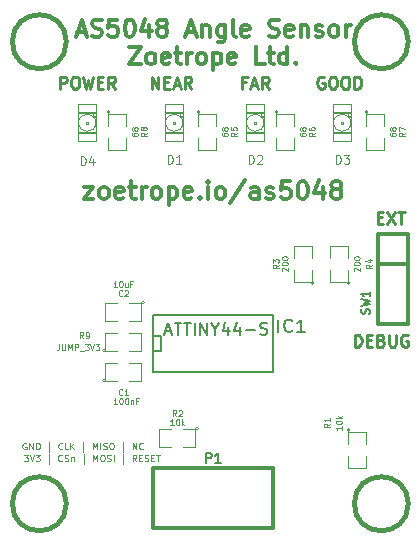
<source format=gto>
G04 (created by PCBNEW (2013-may-18)-stable) date Wed 08 Oct 2014 11:37:39 BST*
%MOIN*%
G04 Gerber Fmt 3.4, Leading zero omitted, Abs format*
%FSLAX34Y34*%
G01*
G70*
G90*
G04 APERTURE LIST*
%ADD10C,0.00590551*%
%ADD11C,0.011811*%
%ADD12C,0.00472441*%
%ADD13C,0.00984252*%
%ADD14C,0.008*%
%ADD15C,0.0039*%
%ADD16C,0.0026*%
%ADD17C,0.004*%
%ADD18C,0.012*%
%ADD19C,0.015*%
%ADD20C,0.005*%
%ADD21C,0.0043*%
%ADD22C,0.0035*%
%ADD23C,0.00688976*%
G04 APERTURE END LIST*
G54D10*
G54D11*
X147297Y-93645D02*
X147606Y-93645D01*
X147297Y-94039D01*
X147606Y-94039D01*
X147916Y-94039D02*
X147859Y-94010D01*
X147831Y-93982D01*
X147803Y-93926D01*
X147803Y-93757D01*
X147831Y-93701D01*
X147859Y-93673D01*
X147916Y-93645D01*
X148000Y-93645D01*
X148056Y-93673D01*
X148084Y-93701D01*
X148112Y-93757D01*
X148112Y-93926D01*
X148084Y-93982D01*
X148056Y-94010D01*
X148000Y-94039D01*
X147916Y-94039D01*
X148591Y-94010D02*
X148534Y-94039D01*
X148422Y-94039D01*
X148366Y-94010D01*
X148337Y-93954D01*
X148337Y-93729D01*
X148366Y-93673D01*
X148422Y-93645D01*
X148534Y-93645D01*
X148591Y-93673D01*
X148619Y-93729D01*
X148619Y-93785D01*
X148337Y-93842D01*
X148787Y-93645D02*
X149012Y-93645D01*
X148872Y-93448D02*
X148872Y-93954D01*
X148900Y-94010D01*
X148956Y-94039D01*
X149012Y-94039D01*
X149209Y-94039D02*
X149209Y-93645D01*
X149209Y-93757D02*
X149237Y-93701D01*
X149265Y-93673D01*
X149322Y-93645D01*
X149378Y-93645D01*
X149659Y-94039D02*
X149603Y-94010D01*
X149575Y-93982D01*
X149547Y-93926D01*
X149547Y-93757D01*
X149575Y-93701D01*
X149603Y-93673D01*
X149659Y-93645D01*
X149743Y-93645D01*
X149800Y-93673D01*
X149828Y-93701D01*
X149856Y-93757D01*
X149856Y-93926D01*
X149828Y-93982D01*
X149800Y-94010D01*
X149743Y-94039D01*
X149659Y-94039D01*
X150109Y-93645D02*
X150109Y-94235D01*
X150109Y-93673D02*
X150165Y-93645D01*
X150278Y-93645D01*
X150334Y-93673D01*
X150362Y-93701D01*
X150390Y-93757D01*
X150390Y-93926D01*
X150362Y-93982D01*
X150334Y-94010D01*
X150278Y-94039D01*
X150165Y-94039D01*
X150109Y-94010D01*
X150868Y-94010D02*
X150812Y-94039D01*
X150700Y-94039D01*
X150643Y-94010D01*
X150615Y-93954D01*
X150615Y-93729D01*
X150643Y-93673D01*
X150700Y-93645D01*
X150812Y-93645D01*
X150868Y-93673D01*
X150896Y-93729D01*
X150896Y-93785D01*
X150615Y-93842D01*
X151150Y-93982D02*
X151178Y-94010D01*
X151150Y-94039D01*
X151121Y-94010D01*
X151150Y-93982D01*
X151150Y-94039D01*
X151431Y-94039D02*
X151431Y-93645D01*
X151431Y-93448D02*
X151403Y-93476D01*
X151431Y-93504D01*
X151459Y-93476D01*
X151431Y-93448D01*
X151431Y-93504D01*
X151796Y-94039D02*
X151740Y-94010D01*
X151712Y-93982D01*
X151684Y-93926D01*
X151684Y-93757D01*
X151712Y-93701D01*
X151740Y-93673D01*
X151796Y-93645D01*
X151881Y-93645D01*
X151937Y-93673D01*
X151965Y-93701D01*
X151993Y-93757D01*
X151993Y-93926D01*
X151965Y-93982D01*
X151937Y-94010D01*
X151881Y-94039D01*
X151796Y-94039D01*
X152668Y-93420D02*
X152162Y-94179D01*
X153118Y-94039D02*
X153118Y-93729D01*
X153090Y-93673D01*
X153034Y-93645D01*
X152921Y-93645D01*
X152865Y-93673D01*
X153118Y-94010D02*
X153062Y-94039D01*
X152921Y-94039D01*
X152865Y-94010D01*
X152837Y-93954D01*
X152837Y-93898D01*
X152865Y-93842D01*
X152921Y-93814D01*
X153062Y-93814D01*
X153118Y-93785D01*
X153371Y-94010D02*
X153427Y-94039D01*
X153540Y-94039D01*
X153596Y-94010D01*
X153624Y-93954D01*
X153624Y-93926D01*
X153596Y-93870D01*
X153540Y-93842D01*
X153456Y-93842D01*
X153399Y-93814D01*
X153371Y-93757D01*
X153371Y-93729D01*
X153399Y-93673D01*
X153456Y-93645D01*
X153540Y-93645D01*
X153596Y-93673D01*
X154159Y-93448D02*
X153877Y-93448D01*
X153849Y-93729D01*
X153877Y-93701D01*
X153934Y-93673D01*
X154074Y-93673D01*
X154130Y-93701D01*
X154159Y-93729D01*
X154187Y-93785D01*
X154187Y-93926D01*
X154159Y-93982D01*
X154130Y-94010D01*
X154074Y-94039D01*
X153934Y-94039D01*
X153877Y-94010D01*
X153849Y-93982D01*
X154552Y-93448D02*
X154608Y-93448D01*
X154665Y-93476D01*
X154693Y-93504D01*
X154721Y-93560D01*
X154749Y-93673D01*
X154749Y-93814D01*
X154721Y-93926D01*
X154693Y-93982D01*
X154665Y-94010D01*
X154608Y-94039D01*
X154552Y-94039D01*
X154496Y-94010D01*
X154468Y-93982D01*
X154440Y-93926D01*
X154412Y-93814D01*
X154412Y-93673D01*
X154440Y-93560D01*
X154468Y-93504D01*
X154496Y-93476D01*
X154552Y-93448D01*
X155255Y-93645D02*
X155255Y-94039D01*
X155115Y-93420D02*
X154974Y-93842D01*
X155340Y-93842D01*
X155649Y-93701D02*
X155593Y-93673D01*
X155565Y-93645D01*
X155537Y-93589D01*
X155537Y-93560D01*
X155565Y-93504D01*
X155593Y-93476D01*
X155649Y-93448D01*
X155761Y-93448D01*
X155818Y-93476D01*
X155846Y-93504D01*
X155874Y-93560D01*
X155874Y-93589D01*
X155846Y-93645D01*
X155818Y-93673D01*
X155761Y-93701D01*
X155649Y-93701D01*
X155593Y-93729D01*
X155565Y-93757D01*
X155537Y-93814D01*
X155537Y-93926D01*
X155565Y-93982D01*
X155593Y-94010D01*
X155649Y-94039D01*
X155761Y-94039D01*
X155818Y-94010D01*
X155846Y-93982D01*
X155874Y-93926D01*
X155874Y-93814D01*
X155846Y-93757D01*
X155818Y-93729D01*
X155761Y-93701D01*
G54D12*
X145285Y-102571D02*
X145419Y-102571D01*
X145347Y-102653D01*
X145378Y-102653D01*
X145398Y-102663D01*
X145408Y-102674D01*
X145419Y-102694D01*
X145419Y-102746D01*
X145408Y-102767D01*
X145398Y-102777D01*
X145378Y-102787D01*
X145316Y-102787D01*
X145295Y-102777D01*
X145285Y-102767D01*
X145481Y-102571D02*
X145553Y-102787D01*
X145625Y-102571D01*
X145677Y-102571D02*
X145811Y-102571D01*
X145738Y-102653D01*
X145769Y-102653D01*
X145790Y-102663D01*
X145800Y-102674D01*
X145811Y-102694D01*
X145811Y-102746D01*
X145800Y-102767D01*
X145790Y-102777D01*
X145769Y-102787D01*
X145708Y-102787D01*
X145687Y-102777D01*
X145677Y-102767D01*
X146120Y-102859D02*
X146120Y-102550D01*
X146563Y-102767D02*
X146553Y-102777D01*
X146522Y-102787D01*
X146501Y-102787D01*
X146471Y-102777D01*
X146450Y-102756D01*
X146440Y-102736D01*
X146429Y-102694D01*
X146429Y-102663D01*
X146440Y-102622D01*
X146450Y-102602D01*
X146471Y-102581D01*
X146501Y-102571D01*
X146522Y-102571D01*
X146553Y-102581D01*
X146563Y-102591D01*
X146646Y-102777D02*
X146677Y-102787D01*
X146728Y-102787D01*
X146749Y-102777D01*
X146759Y-102767D01*
X146770Y-102746D01*
X146770Y-102725D01*
X146759Y-102705D01*
X146749Y-102694D01*
X146728Y-102684D01*
X146687Y-102674D01*
X146666Y-102663D01*
X146656Y-102653D01*
X146646Y-102632D01*
X146646Y-102612D01*
X146656Y-102591D01*
X146666Y-102581D01*
X146687Y-102571D01*
X146739Y-102571D01*
X146770Y-102581D01*
X146862Y-102643D02*
X146862Y-102787D01*
X146862Y-102663D02*
X146873Y-102653D01*
X146893Y-102643D01*
X146924Y-102643D01*
X146945Y-102653D01*
X146955Y-102674D01*
X146955Y-102787D01*
X147275Y-102859D02*
X147275Y-102550D01*
X147594Y-102787D02*
X147594Y-102571D01*
X147667Y-102725D01*
X147739Y-102571D01*
X147739Y-102787D01*
X147883Y-102571D02*
X147924Y-102571D01*
X147945Y-102581D01*
X147966Y-102602D01*
X147976Y-102643D01*
X147976Y-102715D01*
X147966Y-102756D01*
X147945Y-102777D01*
X147924Y-102787D01*
X147883Y-102787D01*
X147863Y-102777D01*
X147842Y-102756D01*
X147832Y-102715D01*
X147832Y-102643D01*
X147842Y-102602D01*
X147863Y-102581D01*
X147883Y-102571D01*
X148058Y-102777D02*
X148089Y-102787D01*
X148141Y-102787D01*
X148162Y-102777D01*
X148172Y-102767D01*
X148182Y-102746D01*
X148182Y-102725D01*
X148172Y-102705D01*
X148162Y-102694D01*
X148141Y-102684D01*
X148100Y-102674D01*
X148079Y-102663D01*
X148069Y-102653D01*
X148058Y-102632D01*
X148058Y-102612D01*
X148069Y-102591D01*
X148079Y-102581D01*
X148100Y-102571D01*
X148151Y-102571D01*
X148182Y-102581D01*
X148275Y-102787D02*
X148275Y-102571D01*
X148595Y-102859D02*
X148595Y-102550D01*
X149038Y-102787D02*
X148966Y-102684D01*
X148914Y-102787D02*
X148914Y-102571D01*
X148997Y-102571D01*
X149017Y-102581D01*
X149028Y-102591D01*
X149038Y-102612D01*
X149038Y-102643D01*
X149028Y-102663D01*
X149017Y-102674D01*
X148997Y-102684D01*
X148914Y-102684D01*
X149131Y-102674D02*
X149203Y-102674D01*
X149234Y-102787D02*
X149131Y-102787D01*
X149131Y-102571D01*
X149234Y-102571D01*
X149316Y-102777D02*
X149347Y-102787D01*
X149399Y-102787D01*
X149420Y-102777D01*
X149430Y-102767D01*
X149440Y-102746D01*
X149440Y-102725D01*
X149430Y-102705D01*
X149420Y-102694D01*
X149399Y-102684D01*
X149358Y-102674D01*
X149337Y-102663D01*
X149327Y-102653D01*
X149316Y-102632D01*
X149316Y-102612D01*
X149327Y-102591D01*
X149337Y-102581D01*
X149358Y-102571D01*
X149409Y-102571D01*
X149440Y-102581D01*
X149533Y-102674D02*
X149605Y-102674D01*
X149636Y-102787D02*
X149533Y-102787D01*
X149533Y-102571D01*
X149636Y-102571D01*
X149698Y-102571D02*
X149822Y-102571D01*
X149760Y-102787D02*
X149760Y-102571D01*
G54D13*
X157078Y-94653D02*
X157209Y-94653D01*
X157265Y-94859D02*
X157078Y-94859D01*
X157078Y-94465D01*
X157265Y-94465D01*
X157396Y-94465D02*
X157659Y-94859D01*
X157659Y-94465D02*
X157396Y-94859D01*
X157753Y-94465D02*
X157978Y-94465D01*
X157865Y-94859D02*
X157865Y-94465D01*
X156318Y-98959D02*
X156318Y-98565D01*
X156412Y-98565D01*
X156468Y-98584D01*
X156506Y-98621D01*
X156525Y-98659D01*
X156543Y-98734D01*
X156543Y-98790D01*
X156525Y-98865D01*
X156506Y-98903D01*
X156468Y-98940D01*
X156412Y-98959D01*
X156318Y-98959D01*
X156712Y-98753D02*
X156843Y-98753D01*
X156900Y-98959D02*
X156712Y-98959D01*
X156712Y-98565D01*
X156900Y-98565D01*
X157200Y-98753D02*
X157256Y-98771D01*
X157274Y-98790D01*
X157293Y-98828D01*
X157293Y-98884D01*
X157274Y-98921D01*
X157256Y-98940D01*
X157218Y-98959D01*
X157068Y-98959D01*
X157068Y-98565D01*
X157200Y-98565D01*
X157237Y-98584D01*
X157256Y-98603D01*
X157274Y-98640D01*
X157274Y-98678D01*
X157256Y-98715D01*
X157237Y-98734D01*
X157200Y-98753D01*
X157068Y-98753D01*
X157462Y-98565D02*
X157462Y-98884D01*
X157481Y-98921D01*
X157499Y-98940D01*
X157537Y-98959D01*
X157612Y-98959D01*
X157649Y-98940D01*
X157668Y-98921D01*
X157687Y-98884D01*
X157687Y-98565D01*
X158081Y-98584D02*
X158043Y-98565D01*
X157987Y-98565D01*
X157931Y-98584D01*
X157893Y-98621D01*
X157874Y-98659D01*
X157856Y-98734D01*
X157856Y-98790D01*
X157874Y-98865D01*
X157893Y-98903D01*
X157931Y-98940D01*
X157987Y-98959D01*
X158024Y-98959D01*
X158081Y-98940D01*
X158099Y-98921D01*
X158099Y-98790D01*
X158024Y-98790D01*
X155293Y-89984D02*
X155256Y-89965D01*
X155200Y-89965D01*
X155143Y-89984D01*
X155106Y-90021D01*
X155087Y-90059D01*
X155068Y-90134D01*
X155068Y-90190D01*
X155087Y-90265D01*
X155106Y-90303D01*
X155143Y-90340D01*
X155200Y-90359D01*
X155237Y-90359D01*
X155293Y-90340D01*
X155312Y-90321D01*
X155312Y-90190D01*
X155237Y-90190D01*
X155556Y-89965D02*
X155631Y-89965D01*
X155668Y-89984D01*
X155706Y-90021D01*
X155725Y-90096D01*
X155725Y-90228D01*
X155706Y-90303D01*
X155668Y-90340D01*
X155631Y-90359D01*
X155556Y-90359D01*
X155518Y-90340D01*
X155481Y-90303D01*
X155462Y-90228D01*
X155462Y-90096D01*
X155481Y-90021D01*
X155518Y-89984D01*
X155556Y-89965D01*
X155968Y-89965D02*
X156043Y-89965D01*
X156081Y-89984D01*
X156118Y-90021D01*
X156137Y-90096D01*
X156137Y-90228D01*
X156118Y-90303D01*
X156081Y-90340D01*
X156043Y-90359D01*
X155968Y-90359D01*
X155931Y-90340D01*
X155893Y-90303D01*
X155874Y-90228D01*
X155874Y-90096D01*
X155893Y-90021D01*
X155931Y-89984D01*
X155968Y-89965D01*
X156306Y-90359D02*
X156306Y-89965D01*
X156399Y-89965D01*
X156456Y-89984D01*
X156493Y-90021D01*
X156512Y-90059D01*
X156531Y-90134D01*
X156531Y-90190D01*
X156512Y-90265D01*
X156493Y-90303D01*
X156456Y-90340D01*
X156399Y-90359D01*
X156306Y-90359D01*
X152690Y-90153D02*
X152559Y-90153D01*
X152559Y-90359D02*
X152559Y-89965D01*
X152746Y-89965D01*
X152878Y-90246D02*
X153065Y-90246D01*
X152840Y-90359D02*
X152971Y-89965D01*
X153103Y-90359D01*
X153459Y-90359D02*
X153328Y-90171D01*
X153234Y-90359D02*
X153234Y-89965D01*
X153384Y-89965D01*
X153421Y-89984D01*
X153440Y-90003D01*
X153459Y-90040D01*
X153459Y-90096D01*
X153440Y-90134D01*
X153421Y-90153D01*
X153384Y-90171D01*
X153234Y-90171D01*
X149543Y-90359D02*
X149543Y-89965D01*
X149768Y-90359D01*
X149768Y-89965D01*
X149956Y-90153D02*
X150087Y-90153D01*
X150143Y-90359D02*
X149956Y-90359D01*
X149956Y-89965D01*
X150143Y-89965D01*
X150293Y-90246D02*
X150481Y-90246D01*
X150256Y-90359D02*
X150387Y-89965D01*
X150518Y-90359D01*
X150874Y-90359D02*
X150743Y-90171D01*
X150649Y-90359D02*
X150649Y-89965D01*
X150799Y-89965D01*
X150837Y-89984D01*
X150856Y-90003D01*
X150874Y-90040D01*
X150874Y-90096D01*
X150856Y-90134D01*
X150837Y-90153D01*
X150799Y-90171D01*
X150649Y-90171D01*
X146490Y-90359D02*
X146490Y-89965D01*
X146640Y-89965D01*
X146678Y-89984D01*
X146696Y-90003D01*
X146715Y-90040D01*
X146715Y-90096D01*
X146696Y-90134D01*
X146678Y-90153D01*
X146640Y-90171D01*
X146490Y-90171D01*
X146959Y-89965D02*
X147034Y-89965D01*
X147071Y-89984D01*
X147109Y-90021D01*
X147128Y-90096D01*
X147128Y-90228D01*
X147109Y-90303D01*
X147071Y-90340D01*
X147034Y-90359D01*
X146959Y-90359D01*
X146921Y-90340D01*
X146884Y-90303D01*
X146865Y-90228D01*
X146865Y-90096D01*
X146884Y-90021D01*
X146921Y-89984D01*
X146959Y-89965D01*
X147259Y-89965D02*
X147353Y-90359D01*
X147428Y-90078D01*
X147503Y-90359D01*
X147596Y-89965D01*
X147746Y-90153D02*
X147878Y-90153D01*
X147934Y-90359D02*
X147746Y-90359D01*
X147746Y-89965D01*
X147934Y-89965D01*
X148328Y-90359D02*
X148196Y-90171D01*
X148103Y-90359D02*
X148103Y-89965D01*
X148253Y-89965D01*
X148290Y-89984D01*
X148309Y-90003D01*
X148328Y-90040D01*
X148328Y-90096D01*
X148309Y-90134D01*
X148290Y-90153D01*
X148253Y-90171D01*
X148103Y-90171D01*
G54D12*
X145364Y-102181D02*
X145344Y-102171D01*
X145313Y-102171D01*
X145282Y-102181D01*
X145261Y-102202D01*
X145251Y-102222D01*
X145241Y-102263D01*
X145241Y-102294D01*
X145251Y-102336D01*
X145261Y-102356D01*
X145282Y-102377D01*
X145313Y-102387D01*
X145334Y-102387D01*
X145364Y-102377D01*
X145375Y-102367D01*
X145375Y-102294D01*
X145334Y-102294D01*
X145468Y-102387D02*
X145468Y-102171D01*
X145591Y-102387D01*
X145591Y-102171D01*
X145694Y-102387D02*
X145694Y-102171D01*
X145746Y-102171D01*
X145777Y-102181D01*
X145798Y-102202D01*
X145808Y-102222D01*
X145818Y-102263D01*
X145818Y-102294D01*
X145808Y-102336D01*
X145798Y-102356D01*
X145777Y-102377D01*
X145746Y-102387D01*
X145694Y-102387D01*
X146128Y-102459D02*
X146128Y-102150D01*
X146571Y-102367D02*
X146561Y-102377D01*
X146530Y-102387D01*
X146509Y-102387D01*
X146478Y-102377D01*
X146457Y-102356D01*
X146447Y-102336D01*
X146437Y-102294D01*
X146437Y-102263D01*
X146447Y-102222D01*
X146457Y-102202D01*
X146478Y-102181D01*
X146509Y-102171D01*
X146530Y-102171D01*
X146561Y-102181D01*
X146571Y-102191D01*
X146767Y-102387D02*
X146664Y-102387D01*
X146664Y-102171D01*
X146839Y-102387D02*
X146839Y-102171D01*
X146963Y-102387D02*
X146870Y-102263D01*
X146963Y-102171D02*
X146839Y-102294D01*
X147272Y-102459D02*
X147272Y-102150D01*
X147592Y-102387D02*
X147592Y-102171D01*
X147664Y-102325D01*
X147736Y-102171D01*
X147736Y-102387D01*
X147839Y-102387D02*
X147839Y-102171D01*
X147932Y-102377D02*
X147963Y-102387D01*
X148014Y-102387D01*
X148035Y-102377D01*
X148045Y-102367D01*
X148056Y-102346D01*
X148056Y-102325D01*
X148045Y-102305D01*
X148035Y-102294D01*
X148014Y-102284D01*
X147973Y-102274D01*
X147953Y-102263D01*
X147942Y-102253D01*
X147932Y-102232D01*
X147932Y-102212D01*
X147942Y-102191D01*
X147953Y-102181D01*
X147973Y-102171D01*
X148025Y-102171D01*
X148056Y-102181D01*
X148190Y-102171D02*
X148231Y-102171D01*
X148252Y-102181D01*
X148272Y-102202D01*
X148283Y-102243D01*
X148283Y-102315D01*
X148272Y-102356D01*
X148252Y-102377D01*
X148231Y-102387D01*
X148190Y-102387D01*
X148169Y-102377D01*
X148149Y-102356D01*
X148138Y-102315D01*
X148138Y-102243D01*
X148149Y-102202D01*
X148169Y-102181D01*
X148190Y-102171D01*
X148592Y-102459D02*
X148592Y-102150D01*
X148912Y-102387D02*
X148912Y-102171D01*
X149035Y-102387D01*
X149035Y-102171D01*
X149262Y-102367D02*
X149252Y-102377D01*
X149221Y-102387D01*
X149200Y-102387D01*
X149169Y-102377D01*
X149149Y-102356D01*
X149138Y-102336D01*
X149128Y-102294D01*
X149128Y-102263D01*
X149138Y-102222D01*
X149149Y-102202D01*
X149169Y-102181D01*
X149200Y-102171D01*
X149221Y-102171D01*
X149252Y-102181D01*
X149262Y-102191D01*
G54D11*
X147073Y-88467D02*
X147345Y-88467D01*
X147019Y-88631D02*
X147209Y-88060D01*
X147400Y-88631D01*
X147563Y-88603D02*
X147644Y-88631D01*
X147780Y-88631D01*
X147835Y-88603D01*
X147862Y-88576D01*
X147889Y-88522D01*
X147889Y-88467D01*
X147862Y-88413D01*
X147835Y-88386D01*
X147780Y-88359D01*
X147671Y-88332D01*
X147617Y-88304D01*
X147590Y-88277D01*
X147563Y-88223D01*
X147563Y-88168D01*
X147590Y-88114D01*
X147617Y-88087D01*
X147671Y-88060D01*
X147807Y-88060D01*
X147889Y-88087D01*
X148405Y-88060D02*
X148134Y-88060D01*
X148106Y-88332D01*
X148134Y-88304D01*
X148188Y-88277D01*
X148324Y-88277D01*
X148378Y-88304D01*
X148405Y-88332D01*
X148433Y-88386D01*
X148433Y-88522D01*
X148405Y-88576D01*
X148378Y-88603D01*
X148324Y-88631D01*
X148188Y-88631D01*
X148134Y-88603D01*
X148106Y-88576D01*
X148786Y-88060D02*
X148840Y-88060D01*
X148895Y-88087D01*
X148922Y-88114D01*
X148949Y-88168D01*
X148976Y-88277D01*
X148976Y-88413D01*
X148949Y-88522D01*
X148922Y-88576D01*
X148895Y-88603D01*
X148840Y-88631D01*
X148786Y-88631D01*
X148732Y-88603D01*
X148704Y-88576D01*
X148677Y-88522D01*
X148650Y-88413D01*
X148650Y-88277D01*
X148677Y-88168D01*
X148704Y-88114D01*
X148732Y-88087D01*
X148786Y-88060D01*
X149466Y-88250D02*
X149466Y-88631D01*
X149330Y-88033D02*
X149194Y-88440D01*
X149547Y-88440D01*
X149846Y-88304D02*
X149792Y-88277D01*
X149765Y-88250D01*
X149737Y-88196D01*
X149737Y-88168D01*
X149765Y-88114D01*
X149792Y-88087D01*
X149846Y-88060D01*
X149955Y-88060D01*
X150009Y-88087D01*
X150036Y-88114D01*
X150064Y-88168D01*
X150064Y-88196D01*
X150036Y-88250D01*
X150009Y-88277D01*
X149955Y-88304D01*
X149846Y-88304D01*
X149792Y-88332D01*
X149765Y-88359D01*
X149737Y-88413D01*
X149737Y-88522D01*
X149765Y-88576D01*
X149792Y-88603D01*
X149846Y-88631D01*
X149955Y-88631D01*
X150009Y-88603D01*
X150036Y-88576D01*
X150064Y-88522D01*
X150064Y-88413D01*
X150036Y-88359D01*
X150009Y-88332D01*
X149955Y-88304D01*
X150716Y-88467D02*
X150988Y-88467D01*
X150662Y-88631D02*
X150852Y-88060D01*
X151042Y-88631D01*
X151233Y-88250D02*
X151233Y-88631D01*
X151233Y-88304D02*
X151260Y-88277D01*
X151314Y-88250D01*
X151396Y-88250D01*
X151450Y-88277D01*
X151477Y-88332D01*
X151477Y-88631D01*
X151994Y-88250D02*
X151994Y-88712D01*
X151966Y-88766D01*
X151939Y-88794D01*
X151885Y-88821D01*
X151803Y-88821D01*
X151749Y-88794D01*
X151994Y-88603D02*
X151939Y-88631D01*
X151831Y-88631D01*
X151776Y-88603D01*
X151749Y-88576D01*
X151722Y-88522D01*
X151722Y-88359D01*
X151749Y-88304D01*
X151776Y-88277D01*
X151831Y-88250D01*
X151939Y-88250D01*
X151994Y-88277D01*
X152347Y-88631D02*
X152293Y-88603D01*
X152266Y-88549D01*
X152266Y-88060D01*
X152782Y-88603D02*
X152728Y-88631D01*
X152619Y-88631D01*
X152565Y-88603D01*
X152537Y-88549D01*
X152537Y-88332D01*
X152565Y-88277D01*
X152619Y-88250D01*
X152728Y-88250D01*
X152782Y-88277D01*
X152809Y-88332D01*
X152809Y-88386D01*
X152537Y-88440D01*
X153462Y-88603D02*
X153543Y-88631D01*
X153679Y-88631D01*
X153733Y-88603D01*
X153761Y-88576D01*
X153788Y-88522D01*
X153788Y-88467D01*
X153761Y-88413D01*
X153733Y-88386D01*
X153679Y-88359D01*
X153570Y-88332D01*
X153516Y-88304D01*
X153489Y-88277D01*
X153462Y-88223D01*
X153462Y-88168D01*
X153489Y-88114D01*
X153516Y-88087D01*
X153570Y-88060D01*
X153706Y-88060D01*
X153788Y-88087D01*
X154250Y-88603D02*
X154196Y-88631D01*
X154087Y-88631D01*
X154032Y-88603D01*
X154005Y-88549D01*
X154005Y-88332D01*
X154032Y-88277D01*
X154087Y-88250D01*
X154196Y-88250D01*
X154250Y-88277D01*
X154277Y-88332D01*
X154277Y-88386D01*
X154005Y-88440D01*
X154522Y-88250D02*
X154522Y-88631D01*
X154522Y-88304D02*
X154549Y-88277D01*
X154603Y-88250D01*
X154685Y-88250D01*
X154739Y-88277D01*
X154766Y-88332D01*
X154766Y-88631D01*
X155011Y-88603D02*
X155065Y-88631D01*
X155174Y-88631D01*
X155229Y-88603D01*
X155256Y-88549D01*
X155256Y-88522D01*
X155229Y-88467D01*
X155174Y-88440D01*
X155093Y-88440D01*
X155038Y-88413D01*
X155011Y-88359D01*
X155011Y-88332D01*
X155038Y-88277D01*
X155093Y-88250D01*
X155174Y-88250D01*
X155229Y-88277D01*
X155582Y-88631D02*
X155528Y-88603D01*
X155500Y-88576D01*
X155473Y-88522D01*
X155473Y-88359D01*
X155500Y-88304D01*
X155528Y-88277D01*
X155582Y-88250D01*
X155664Y-88250D01*
X155718Y-88277D01*
X155745Y-88304D01*
X155772Y-88359D01*
X155772Y-88522D01*
X155745Y-88576D01*
X155718Y-88603D01*
X155664Y-88631D01*
X155582Y-88631D01*
X156017Y-88631D02*
X156017Y-88250D01*
X156017Y-88359D02*
X156044Y-88304D01*
X156071Y-88277D01*
X156126Y-88250D01*
X156180Y-88250D01*
X148800Y-88977D02*
X149180Y-88977D01*
X148800Y-89548D01*
X149180Y-89548D01*
X149479Y-89548D02*
X149425Y-89521D01*
X149398Y-89494D01*
X149370Y-89439D01*
X149370Y-89276D01*
X149398Y-89222D01*
X149425Y-89194D01*
X149479Y-89167D01*
X149561Y-89167D01*
X149615Y-89194D01*
X149642Y-89222D01*
X149669Y-89276D01*
X149669Y-89439D01*
X149642Y-89494D01*
X149615Y-89521D01*
X149561Y-89548D01*
X149479Y-89548D01*
X150132Y-89521D02*
X150077Y-89548D01*
X149968Y-89548D01*
X149914Y-89521D01*
X149887Y-89466D01*
X149887Y-89249D01*
X149914Y-89194D01*
X149968Y-89167D01*
X150077Y-89167D01*
X150132Y-89194D01*
X150159Y-89249D01*
X150159Y-89303D01*
X149887Y-89358D01*
X150322Y-89167D02*
X150539Y-89167D01*
X150403Y-88977D02*
X150403Y-89466D01*
X150431Y-89521D01*
X150485Y-89548D01*
X150539Y-89548D01*
X150730Y-89548D02*
X150730Y-89167D01*
X150730Y-89276D02*
X150757Y-89222D01*
X150784Y-89194D01*
X150838Y-89167D01*
X150893Y-89167D01*
X151165Y-89548D02*
X151110Y-89521D01*
X151083Y-89494D01*
X151056Y-89439D01*
X151056Y-89276D01*
X151083Y-89222D01*
X151110Y-89194D01*
X151165Y-89167D01*
X151246Y-89167D01*
X151300Y-89194D01*
X151328Y-89222D01*
X151355Y-89276D01*
X151355Y-89439D01*
X151328Y-89494D01*
X151300Y-89521D01*
X151246Y-89548D01*
X151165Y-89548D01*
X151600Y-89167D02*
X151600Y-89738D01*
X151600Y-89194D02*
X151654Y-89167D01*
X151763Y-89167D01*
X151817Y-89194D01*
X151844Y-89222D01*
X151871Y-89276D01*
X151871Y-89439D01*
X151844Y-89494D01*
X151817Y-89521D01*
X151763Y-89548D01*
X151654Y-89548D01*
X151600Y-89521D01*
X152333Y-89521D02*
X152279Y-89548D01*
X152170Y-89548D01*
X152116Y-89521D01*
X152089Y-89466D01*
X152089Y-89249D01*
X152116Y-89194D01*
X152170Y-89167D01*
X152279Y-89167D01*
X152333Y-89194D01*
X152361Y-89249D01*
X152361Y-89303D01*
X152089Y-89358D01*
X153312Y-89548D02*
X153040Y-89548D01*
X153040Y-88977D01*
X153421Y-89167D02*
X153638Y-89167D01*
X153502Y-88977D02*
X153502Y-89466D01*
X153530Y-89521D01*
X153584Y-89548D01*
X153638Y-89548D01*
X154073Y-89548D02*
X154073Y-88977D01*
X154073Y-89521D02*
X154019Y-89548D01*
X153910Y-89548D01*
X153856Y-89521D01*
X153829Y-89494D01*
X153801Y-89439D01*
X153801Y-89276D01*
X153829Y-89222D01*
X153856Y-89194D01*
X153910Y-89167D01*
X154019Y-89167D01*
X154073Y-89194D01*
X154345Y-89494D02*
X154372Y-89521D01*
X154345Y-89548D01*
X154318Y-89521D01*
X154345Y-89494D01*
X154345Y-89548D01*
G54D14*
X153600Y-97900D02*
X153600Y-99800D01*
X153600Y-99800D02*
X149600Y-99800D01*
X149600Y-99800D02*
X149600Y-97900D01*
X149600Y-97900D02*
X153600Y-97900D01*
X149600Y-98600D02*
X149850Y-98600D01*
X149850Y-98600D02*
X149850Y-99100D01*
X149850Y-99100D02*
X149600Y-99100D01*
G54D15*
X151150Y-91150D02*
G75*
G03X151150Y-91150I-50J0D01*
G74*
G01*
X151100Y-91600D02*
X151100Y-91200D01*
X151100Y-91200D02*
X151700Y-91200D01*
X151700Y-91200D02*
X151700Y-91600D01*
X151700Y-92000D02*
X151700Y-92400D01*
X151700Y-92400D02*
X151100Y-92400D01*
X151100Y-92400D02*
X151100Y-92000D01*
X156150Y-96850D02*
G75*
G03X156150Y-96850I-50J0D01*
G74*
G01*
X156100Y-96400D02*
X156100Y-96800D01*
X156100Y-96800D02*
X155500Y-96800D01*
X155500Y-96800D02*
X155500Y-96400D01*
X155500Y-96000D02*
X155500Y-95600D01*
X155500Y-95600D02*
X156100Y-95600D01*
X156100Y-95600D02*
X156100Y-96000D01*
X151100Y-101700D02*
G75*
G03X151100Y-101700I-50J0D01*
G74*
G01*
X150600Y-101700D02*
X151000Y-101700D01*
X151000Y-101700D02*
X151000Y-102300D01*
X151000Y-102300D02*
X150600Y-102300D01*
X150200Y-102300D02*
X149800Y-102300D01*
X149800Y-102300D02*
X149800Y-101700D01*
X149800Y-101700D02*
X150200Y-101700D01*
X148150Y-91150D02*
G75*
G03X148150Y-91150I-50J0D01*
G74*
G01*
X148100Y-91600D02*
X148100Y-91200D01*
X148100Y-91200D02*
X148700Y-91200D01*
X148700Y-91200D02*
X148700Y-91600D01*
X148700Y-92000D02*
X148700Y-92400D01*
X148700Y-92400D02*
X148100Y-92400D01*
X148100Y-92400D02*
X148100Y-92000D01*
X156750Y-91150D02*
G75*
G03X156750Y-91150I-50J0D01*
G74*
G01*
X156700Y-91600D02*
X156700Y-91200D01*
X156700Y-91200D02*
X157300Y-91200D01*
X157300Y-91200D02*
X157300Y-91600D01*
X157300Y-92000D02*
X157300Y-92400D01*
X157300Y-92400D02*
X156700Y-92400D01*
X156700Y-92400D02*
X156700Y-92000D01*
X153750Y-91150D02*
G75*
G03X153750Y-91150I-50J0D01*
G74*
G01*
X153700Y-91600D02*
X153700Y-91200D01*
X153700Y-91200D02*
X154300Y-91200D01*
X154300Y-91200D02*
X154300Y-91600D01*
X154300Y-92000D02*
X154300Y-92400D01*
X154300Y-92400D02*
X153700Y-92400D01*
X153700Y-92400D02*
X153700Y-92000D01*
X156150Y-101750D02*
G75*
G03X156150Y-101750I-50J0D01*
G74*
G01*
X156100Y-102200D02*
X156100Y-101800D01*
X156100Y-101800D02*
X156700Y-101800D01*
X156700Y-101800D02*
X156700Y-102200D01*
X156700Y-102600D02*
X156700Y-103000D01*
X156700Y-103000D02*
X156100Y-103000D01*
X156100Y-103000D02*
X156100Y-102600D01*
X154950Y-96850D02*
G75*
G03X154950Y-96850I-50J0D01*
G74*
G01*
X154900Y-96400D02*
X154900Y-96800D01*
X154900Y-96800D02*
X154300Y-96800D01*
X154300Y-96800D02*
X154300Y-96400D01*
X154300Y-96000D02*
X154300Y-95600D01*
X154300Y-95600D02*
X154900Y-95600D01*
X154900Y-95600D02*
X154900Y-96000D01*
G54D16*
X147439Y-91539D02*
X147439Y-91461D01*
X147439Y-91461D02*
X147361Y-91461D01*
X147361Y-91539D02*
X147361Y-91461D01*
X147439Y-91539D02*
X147361Y-91539D01*
X147675Y-91323D02*
X147675Y-91186D01*
X147675Y-91186D02*
X147577Y-91186D01*
X147577Y-91323D02*
X147577Y-91186D01*
X147675Y-91323D02*
X147577Y-91323D01*
X147675Y-91186D02*
X147675Y-91146D01*
X147675Y-91146D02*
X147204Y-91146D01*
X147204Y-91186D02*
X147204Y-91146D01*
X147675Y-91186D02*
X147204Y-91186D01*
X147184Y-91186D02*
X147184Y-91146D01*
X147184Y-91146D02*
X147125Y-91146D01*
X147125Y-91186D02*
X147125Y-91146D01*
X147184Y-91186D02*
X147125Y-91186D01*
X147675Y-91854D02*
X147675Y-91814D01*
X147675Y-91814D02*
X147204Y-91814D01*
X147204Y-91854D02*
X147204Y-91814D01*
X147675Y-91854D02*
X147204Y-91854D01*
X147184Y-91854D02*
X147184Y-91814D01*
X147184Y-91814D02*
X147125Y-91814D01*
X147125Y-91854D02*
X147125Y-91814D01*
X147184Y-91854D02*
X147125Y-91854D01*
X147675Y-91323D02*
X147675Y-91264D01*
X147675Y-91264D02*
X147577Y-91264D01*
X147577Y-91323D02*
X147577Y-91264D01*
X147675Y-91323D02*
X147577Y-91323D01*
G54D17*
X147695Y-90890D02*
X147695Y-92110D01*
X147695Y-92110D02*
X147105Y-92110D01*
X147105Y-92110D02*
X147105Y-90890D01*
X147105Y-90890D02*
X147695Y-90890D01*
X147596Y-91715D02*
G75*
G03X147595Y-91283I-196J215D01*
G74*
G01*
X147203Y-91715D02*
G75*
G03X147595Y-91716I196J215D01*
G74*
G01*
X147203Y-91284D02*
G75*
G03X147204Y-91716I196J-215D01*
G74*
G01*
X147596Y-91284D02*
G75*
G03X147204Y-91283I-196J-215D01*
G74*
G01*
G54D16*
X155939Y-91539D02*
X155939Y-91461D01*
X155939Y-91461D02*
X155861Y-91461D01*
X155861Y-91539D02*
X155861Y-91461D01*
X155939Y-91539D02*
X155861Y-91539D01*
X156175Y-91323D02*
X156175Y-91186D01*
X156175Y-91186D02*
X156077Y-91186D01*
X156077Y-91323D02*
X156077Y-91186D01*
X156175Y-91323D02*
X156077Y-91323D01*
X156175Y-91186D02*
X156175Y-91146D01*
X156175Y-91146D02*
X155704Y-91146D01*
X155704Y-91186D02*
X155704Y-91146D01*
X156175Y-91186D02*
X155704Y-91186D01*
X155684Y-91186D02*
X155684Y-91146D01*
X155684Y-91146D02*
X155625Y-91146D01*
X155625Y-91186D02*
X155625Y-91146D01*
X155684Y-91186D02*
X155625Y-91186D01*
X156175Y-91854D02*
X156175Y-91814D01*
X156175Y-91814D02*
X155704Y-91814D01*
X155704Y-91854D02*
X155704Y-91814D01*
X156175Y-91854D02*
X155704Y-91854D01*
X155684Y-91854D02*
X155684Y-91814D01*
X155684Y-91814D02*
X155625Y-91814D01*
X155625Y-91854D02*
X155625Y-91814D01*
X155684Y-91854D02*
X155625Y-91854D01*
X156175Y-91323D02*
X156175Y-91264D01*
X156175Y-91264D02*
X156077Y-91264D01*
X156077Y-91323D02*
X156077Y-91264D01*
X156175Y-91323D02*
X156077Y-91323D01*
G54D17*
X156195Y-90890D02*
X156195Y-92110D01*
X156195Y-92110D02*
X155605Y-92110D01*
X155605Y-92110D02*
X155605Y-90890D01*
X155605Y-90890D02*
X156195Y-90890D01*
X156096Y-91715D02*
G75*
G03X156095Y-91283I-196J215D01*
G74*
G01*
X155703Y-91715D02*
G75*
G03X156095Y-91716I196J215D01*
G74*
G01*
X155703Y-91284D02*
G75*
G03X155704Y-91716I196J-215D01*
G74*
G01*
X156096Y-91284D02*
G75*
G03X155704Y-91283I-196J-215D01*
G74*
G01*
G54D16*
X153039Y-91539D02*
X153039Y-91461D01*
X153039Y-91461D02*
X152961Y-91461D01*
X152961Y-91539D02*
X152961Y-91461D01*
X153039Y-91539D02*
X152961Y-91539D01*
X153275Y-91323D02*
X153275Y-91186D01*
X153275Y-91186D02*
X153177Y-91186D01*
X153177Y-91323D02*
X153177Y-91186D01*
X153275Y-91323D02*
X153177Y-91323D01*
X153275Y-91186D02*
X153275Y-91146D01*
X153275Y-91146D02*
X152804Y-91146D01*
X152804Y-91186D02*
X152804Y-91146D01*
X153275Y-91186D02*
X152804Y-91186D01*
X152784Y-91186D02*
X152784Y-91146D01*
X152784Y-91146D02*
X152725Y-91146D01*
X152725Y-91186D02*
X152725Y-91146D01*
X152784Y-91186D02*
X152725Y-91186D01*
X153275Y-91854D02*
X153275Y-91814D01*
X153275Y-91814D02*
X152804Y-91814D01*
X152804Y-91854D02*
X152804Y-91814D01*
X153275Y-91854D02*
X152804Y-91854D01*
X152784Y-91854D02*
X152784Y-91814D01*
X152784Y-91814D02*
X152725Y-91814D01*
X152725Y-91854D02*
X152725Y-91814D01*
X152784Y-91854D02*
X152725Y-91854D01*
X153275Y-91323D02*
X153275Y-91264D01*
X153275Y-91264D02*
X153177Y-91264D01*
X153177Y-91323D02*
X153177Y-91264D01*
X153275Y-91323D02*
X153177Y-91323D01*
G54D17*
X153295Y-90890D02*
X153295Y-92110D01*
X153295Y-92110D02*
X152705Y-92110D01*
X152705Y-92110D02*
X152705Y-90890D01*
X152705Y-90890D02*
X153295Y-90890D01*
X153196Y-91715D02*
G75*
G03X153195Y-91283I-196J215D01*
G74*
G01*
X152803Y-91715D02*
G75*
G03X153195Y-91716I196J215D01*
G74*
G01*
X152803Y-91284D02*
G75*
G03X152804Y-91716I196J-215D01*
G74*
G01*
X153196Y-91284D02*
G75*
G03X152804Y-91283I-196J-215D01*
G74*
G01*
G54D16*
X150339Y-91539D02*
X150339Y-91461D01*
X150339Y-91461D02*
X150261Y-91461D01*
X150261Y-91539D02*
X150261Y-91461D01*
X150339Y-91539D02*
X150261Y-91539D01*
X150575Y-91323D02*
X150575Y-91186D01*
X150575Y-91186D02*
X150477Y-91186D01*
X150477Y-91323D02*
X150477Y-91186D01*
X150575Y-91323D02*
X150477Y-91323D01*
X150575Y-91186D02*
X150575Y-91146D01*
X150575Y-91146D02*
X150104Y-91146D01*
X150104Y-91186D02*
X150104Y-91146D01*
X150575Y-91186D02*
X150104Y-91186D01*
X150084Y-91186D02*
X150084Y-91146D01*
X150084Y-91146D02*
X150025Y-91146D01*
X150025Y-91186D02*
X150025Y-91146D01*
X150084Y-91186D02*
X150025Y-91186D01*
X150575Y-91854D02*
X150575Y-91814D01*
X150575Y-91814D02*
X150104Y-91814D01*
X150104Y-91854D02*
X150104Y-91814D01*
X150575Y-91854D02*
X150104Y-91854D01*
X150084Y-91854D02*
X150084Y-91814D01*
X150084Y-91814D02*
X150025Y-91814D01*
X150025Y-91854D02*
X150025Y-91814D01*
X150084Y-91854D02*
X150025Y-91854D01*
X150575Y-91323D02*
X150575Y-91264D01*
X150575Y-91264D02*
X150477Y-91264D01*
X150477Y-91323D02*
X150477Y-91264D01*
X150575Y-91323D02*
X150477Y-91323D01*
G54D17*
X150595Y-90890D02*
X150595Y-92110D01*
X150595Y-92110D02*
X150005Y-92110D01*
X150005Y-92110D02*
X150005Y-90890D01*
X150005Y-90890D02*
X150595Y-90890D01*
X150496Y-91715D02*
G75*
G03X150495Y-91283I-196J215D01*
G74*
G01*
X150103Y-91715D02*
G75*
G03X150495Y-91716I196J215D01*
G74*
G01*
X150103Y-91284D02*
G75*
G03X150104Y-91716I196J-215D01*
G74*
G01*
X150496Y-91284D02*
G75*
G03X150104Y-91283I-196J-215D01*
G74*
G01*
G54D18*
X157100Y-95200D02*
X158100Y-95200D01*
X158100Y-95200D02*
X158100Y-98200D01*
X158100Y-98200D02*
X157100Y-98200D01*
X157100Y-98200D02*
X157100Y-95200D01*
X158100Y-96200D02*
X157100Y-96200D01*
X149600Y-103000D02*
X153600Y-103000D01*
X153600Y-103000D02*
X153600Y-105000D01*
X153600Y-105000D02*
X149600Y-105000D01*
X149600Y-105000D02*
X149600Y-103000D01*
G54D15*
X148000Y-100100D02*
G75*
G03X148000Y-100100I-50J0D01*
G74*
G01*
X148400Y-100100D02*
X148000Y-100100D01*
X148000Y-100100D02*
X148000Y-99500D01*
X148000Y-99500D02*
X148400Y-99500D01*
X148800Y-99500D02*
X149200Y-99500D01*
X149200Y-99500D02*
X149200Y-100100D01*
X149200Y-100100D02*
X148800Y-100100D01*
X149300Y-97500D02*
G75*
G03X149300Y-97500I-50J0D01*
G74*
G01*
X148800Y-97500D02*
X149200Y-97500D01*
X149200Y-97500D02*
X149200Y-98100D01*
X149200Y-98100D02*
X148800Y-98100D01*
X148400Y-98100D02*
X148000Y-98100D01*
X148000Y-98100D02*
X148000Y-97500D01*
X148000Y-97500D02*
X148400Y-97500D01*
X148000Y-99100D02*
G75*
G03X148000Y-99100I-50J0D01*
G74*
G01*
X148400Y-99100D02*
X148000Y-99100D01*
X148000Y-99100D02*
X148000Y-98500D01*
X148000Y-98500D02*
X148400Y-98500D01*
X148800Y-98500D02*
X149200Y-98500D01*
X149200Y-98500D02*
X149200Y-99100D01*
X149200Y-99100D02*
X148800Y-99100D01*
G54D19*
X158100Y-104200D02*
G75*
G03X158100Y-104200I-900J0D01*
G74*
G01*
X146700Y-104200D02*
G75*
G03X146700Y-104200I-900J0D01*
G74*
G01*
X146700Y-88800D02*
G75*
G03X146700Y-88800I-900J0D01*
G74*
G01*
X158100Y-88800D02*
G75*
G03X158100Y-88800I-900J0D01*
G74*
G01*
G54D20*
X153760Y-98461D02*
X153760Y-98061D01*
X154232Y-98423D02*
X154210Y-98442D01*
X154146Y-98461D01*
X154103Y-98461D01*
X154039Y-98442D01*
X153996Y-98404D01*
X153975Y-98366D01*
X153953Y-98290D01*
X153953Y-98233D01*
X153975Y-98157D01*
X153996Y-98119D01*
X154039Y-98080D01*
X154103Y-98061D01*
X154146Y-98061D01*
X154210Y-98080D01*
X154232Y-98100D01*
X154660Y-98461D02*
X154403Y-98461D01*
X154532Y-98461D02*
X154532Y-98061D01*
X154489Y-98119D01*
X154446Y-98157D01*
X154403Y-98176D01*
X150004Y-98447D02*
X150195Y-98447D01*
X149966Y-98561D02*
X150100Y-98161D01*
X150233Y-98561D01*
X150309Y-98161D02*
X150538Y-98161D01*
X150423Y-98561D02*
X150423Y-98161D01*
X150614Y-98161D02*
X150842Y-98161D01*
X150728Y-98561D02*
X150728Y-98161D01*
X150976Y-98561D02*
X150976Y-98161D01*
X151166Y-98561D02*
X151166Y-98161D01*
X151395Y-98561D01*
X151395Y-98161D01*
X151661Y-98371D02*
X151661Y-98561D01*
X151528Y-98161D02*
X151661Y-98371D01*
X151795Y-98161D01*
X152100Y-98295D02*
X152100Y-98561D01*
X152004Y-98142D02*
X151909Y-98428D01*
X152157Y-98428D01*
X152480Y-98295D02*
X152480Y-98561D01*
X152385Y-98142D02*
X152290Y-98428D01*
X152538Y-98428D01*
X152690Y-98409D02*
X152995Y-98409D01*
X153166Y-98542D02*
X153223Y-98561D01*
X153319Y-98561D01*
X153357Y-98542D01*
X153376Y-98523D01*
X153395Y-98485D01*
X153395Y-98447D01*
X153376Y-98409D01*
X153357Y-98390D01*
X153319Y-98371D01*
X153242Y-98352D01*
X153204Y-98333D01*
X153185Y-98314D01*
X153166Y-98276D01*
X153166Y-98238D01*
X153185Y-98200D01*
X153204Y-98180D01*
X153242Y-98161D01*
X153338Y-98161D01*
X153395Y-98180D01*
G54D21*
X152379Y-91832D02*
X152285Y-91898D01*
X152379Y-91945D02*
X152182Y-91945D01*
X152182Y-91870D01*
X152192Y-91851D01*
X152201Y-91842D01*
X152220Y-91832D01*
X152248Y-91832D01*
X152267Y-91842D01*
X152276Y-91851D01*
X152285Y-91870D01*
X152285Y-91945D01*
X152182Y-91654D02*
X152182Y-91748D01*
X152276Y-91757D01*
X152267Y-91748D01*
X152257Y-91729D01*
X152257Y-91682D01*
X152267Y-91663D01*
X152276Y-91654D01*
X152295Y-91645D01*
X152342Y-91645D01*
X152360Y-91654D01*
X152370Y-91663D01*
X152379Y-91682D01*
X152379Y-91729D01*
X152370Y-91748D01*
X152360Y-91757D01*
X151882Y-91856D02*
X151882Y-91893D01*
X151892Y-91912D01*
X151901Y-91921D01*
X151929Y-91940D01*
X151967Y-91950D01*
X152042Y-91950D01*
X152060Y-91940D01*
X152070Y-91931D01*
X152079Y-91912D01*
X152079Y-91875D01*
X152070Y-91856D01*
X152060Y-91846D01*
X152042Y-91837D01*
X151995Y-91837D01*
X151976Y-91846D01*
X151967Y-91856D01*
X151957Y-91875D01*
X151957Y-91912D01*
X151967Y-91931D01*
X151976Y-91940D01*
X151995Y-91950D01*
X151967Y-91724D02*
X151957Y-91743D01*
X151948Y-91753D01*
X151929Y-91762D01*
X151920Y-91762D01*
X151901Y-91753D01*
X151892Y-91743D01*
X151882Y-91724D01*
X151882Y-91687D01*
X151892Y-91668D01*
X151901Y-91659D01*
X151920Y-91649D01*
X151929Y-91649D01*
X151948Y-91659D01*
X151957Y-91668D01*
X151967Y-91687D01*
X151967Y-91724D01*
X151976Y-91743D01*
X151985Y-91753D01*
X152004Y-91762D01*
X152042Y-91762D01*
X152060Y-91753D01*
X152070Y-91743D01*
X152079Y-91724D01*
X152079Y-91687D01*
X152070Y-91668D01*
X152060Y-91659D01*
X152042Y-91649D01*
X152004Y-91649D01*
X151985Y-91659D01*
X151976Y-91668D01*
X151967Y-91687D01*
X156879Y-96232D02*
X156785Y-96298D01*
X156879Y-96345D02*
X156682Y-96345D01*
X156682Y-96270D01*
X156692Y-96251D01*
X156701Y-96242D01*
X156720Y-96232D01*
X156748Y-96232D01*
X156767Y-96242D01*
X156776Y-96251D01*
X156785Y-96270D01*
X156785Y-96345D01*
X156748Y-96063D02*
X156879Y-96063D01*
X156673Y-96110D02*
X156814Y-96157D01*
X156814Y-96035D01*
X156301Y-96443D02*
X156292Y-96434D01*
X156282Y-96415D01*
X156282Y-96368D01*
X156292Y-96350D01*
X156301Y-96340D01*
X156320Y-96331D01*
X156339Y-96331D01*
X156367Y-96340D01*
X156479Y-96453D01*
X156479Y-96331D01*
X156282Y-96209D02*
X156282Y-96190D01*
X156292Y-96171D01*
X156301Y-96162D01*
X156320Y-96153D01*
X156357Y-96143D01*
X156404Y-96143D01*
X156442Y-96153D01*
X156460Y-96162D01*
X156470Y-96171D01*
X156479Y-96190D01*
X156479Y-96209D01*
X156470Y-96228D01*
X156460Y-96237D01*
X156442Y-96246D01*
X156404Y-96256D01*
X156357Y-96256D01*
X156320Y-96246D01*
X156301Y-96237D01*
X156292Y-96228D01*
X156282Y-96209D01*
X156282Y-96021D02*
X156282Y-96003D01*
X156292Y-95984D01*
X156301Y-95974D01*
X156320Y-95965D01*
X156357Y-95956D01*
X156404Y-95956D01*
X156442Y-95965D01*
X156460Y-95974D01*
X156470Y-95984D01*
X156479Y-96003D01*
X156479Y-96021D01*
X156470Y-96040D01*
X156460Y-96049D01*
X156442Y-96059D01*
X156404Y-96068D01*
X156357Y-96068D01*
X156320Y-96059D01*
X156301Y-96049D01*
X156292Y-96040D01*
X156282Y-96021D01*
X150367Y-101279D02*
X150301Y-101185D01*
X150254Y-101279D02*
X150254Y-101082D01*
X150329Y-101082D01*
X150348Y-101092D01*
X150357Y-101101D01*
X150367Y-101120D01*
X150367Y-101148D01*
X150357Y-101167D01*
X150348Y-101176D01*
X150329Y-101185D01*
X150254Y-101185D01*
X150442Y-101101D02*
X150451Y-101092D01*
X150470Y-101082D01*
X150517Y-101082D01*
X150536Y-101092D01*
X150545Y-101101D01*
X150554Y-101120D01*
X150554Y-101139D01*
X150545Y-101167D01*
X150432Y-101279D01*
X150554Y-101279D01*
X150282Y-101579D02*
X150170Y-101579D01*
X150226Y-101579D02*
X150226Y-101382D01*
X150207Y-101410D01*
X150188Y-101429D01*
X150170Y-101439D01*
X150404Y-101382D02*
X150423Y-101382D01*
X150442Y-101392D01*
X150451Y-101401D01*
X150460Y-101420D01*
X150470Y-101457D01*
X150470Y-101504D01*
X150460Y-101542D01*
X150451Y-101560D01*
X150442Y-101570D01*
X150423Y-101579D01*
X150404Y-101579D01*
X150385Y-101570D01*
X150376Y-101560D01*
X150367Y-101542D01*
X150357Y-101504D01*
X150357Y-101457D01*
X150367Y-101420D01*
X150376Y-101401D01*
X150385Y-101392D01*
X150404Y-101382D01*
X150554Y-101579D02*
X150554Y-101382D01*
X150573Y-101504D02*
X150629Y-101579D01*
X150629Y-101448D02*
X150554Y-101523D01*
X149379Y-91832D02*
X149285Y-91898D01*
X149379Y-91945D02*
X149182Y-91945D01*
X149182Y-91870D01*
X149192Y-91851D01*
X149201Y-91842D01*
X149220Y-91832D01*
X149248Y-91832D01*
X149267Y-91842D01*
X149276Y-91851D01*
X149285Y-91870D01*
X149285Y-91945D01*
X149267Y-91720D02*
X149257Y-91739D01*
X149248Y-91748D01*
X149229Y-91757D01*
X149220Y-91757D01*
X149201Y-91748D01*
X149192Y-91739D01*
X149182Y-91720D01*
X149182Y-91682D01*
X149192Y-91663D01*
X149201Y-91654D01*
X149220Y-91645D01*
X149229Y-91645D01*
X149248Y-91654D01*
X149257Y-91663D01*
X149267Y-91682D01*
X149267Y-91720D01*
X149276Y-91739D01*
X149285Y-91748D01*
X149304Y-91757D01*
X149342Y-91757D01*
X149360Y-91748D01*
X149370Y-91739D01*
X149379Y-91720D01*
X149379Y-91682D01*
X149370Y-91663D01*
X149360Y-91654D01*
X149342Y-91645D01*
X149304Y-91645D01*
X149285Y-91654D01*
X149276Y-91663D01*
X149267Y-91682D01*
X148882Y-91856D02*
X148882Y-91893D01*
X148892Y-91912D01*
X148901Y-91921D01*
X148929Y-91940D01*
X148967Y-91950D01*
X149042Y-91950D01*
X149060Y-91940D01*
X149070Y-91931D01*
X149079Y-91912D01*
X149079Y-91875D01*
X149070Y-91856D01*
X149060Y-91846D01*
X149042Y-91837D01*
X148995Y-91837D01*
X148976Y-91846D01*
X148967Y-91856D01*
X148957Y-91875D01*
X148957Y-91912D01*
X148967Y-91931D01*
X148976Y-91940D01*
X148995Y-91950D01*
X148967Y-91724D02*
X148957Y-91743D01*
X148948Y-91753D01*
X148929Y-91762D01*
X148920Y-91762D01*
X148901Y-91753D01*
X148892Y-91743D01*
X148882Y-91724D01*
X148882Y-91687D01*
X148892Y-91668D01*
X148901Y-91659D01*
X148920Y-91649D01*
X148929Y-91649D01*
X148948Y-91659D01*
X148957Y-91668D01*
X148967Y-91687D01*
X148967Y-91724D01*
X148976Y-91743D01*
X148985Y-91753D01*
X149004Y-91762D01*
X149042Y-91762D01*
X149060Y-91753D01*
X149070Y-91743D01*
X149079Y-91724D01*
X149079Y-91687D01*
X149070Y-91668D01*
X149060Y-91659D01*
X149042Y-91649D01*
X149004Y-91649D01*
X148985Y-91659D01*
X148976Y-91668D01*
X148967Y-91687D01*
X157979Y-91832D02*
X157885Y-91898D01*
X157979Y-91945D02*
X157782Y-91945D01*
X157782Y-91870D01*
X157792Y-91851D01*
X157801Y-91842D01*
X157820Y-91832D01*
X157848Y-91832D01*
X157867Y-91842D01*
X157876Y-91851D01*
X157885Y-91870D01*
X157885Y-91945D01*
X157782Y-91767D02*
X157782Y-91635D01*
X157979Y-91720D01*
X157482Y-91856D02*
X157482Y-91893D01*
X157492Y-91912D01*
X157501Y-91921D01*
X157529Y-91940D01*
X157567Y-91950D01*
X157642Y-91950D01*
X157660Y-91940D01*
X157670Y-91931D01*
X157679Y-91912D01*
X157679Y-91875D01*
X157670Y-91856D01*
X157660Y-91846D01*
X157642Y-91837D01*
X157595Y-91837D01*
X157576Y-91846D01*
X157567Y-91856D01*
X157557Y-91875D01*
X157557Y-91912D01*
X157567Y-91931D01*
X157576Y-91940D01*
X157595Y-91950D01*
X157567Y-91724D02*
X157557Y-91743D01*
X157548Y-91753D01*
X157529Y-91762D01*
X157520Y-91762D01*
X157501Y-91753D01*
X157492Y-91743D01*
X157482Y-91724D01*
X157482Y-91687D01*
X157492Y-91668D01*
X157501Y-91659D01*
X157520Y-91649D01*
X157529Y-91649D01*
X157548Y-91659D01*
X157557Y-91668D01*
X157567Y-91687D01*
X157567Y-91724D01*
X157576Y-91743D01*
X157585Y-91753D01*
X157604Y-91762D01*
X157642Y-91762D01*
X157660Y-91753D01*
X157670Y-91743D01*
X157679Y-91724D01*
X157679Y-91687D01*
X157670Y-91668D01*
X157660Y-91659D01*
X157642Y-91649D01*
X157604Y-91649D01*
X157585Y-91659D01*
X157576Y-91668D01*
X157567Y-91687D01*
X154979Y-91832D02*
X154885Y-91898D01*
X154979Y-91945D02*
X154782Y-91945D01*
X154782Y-91870D01*
X154792Y-91851D01*
X154801Y-91842D01*
X154820Y-91832D01*
X154848Y-91832D01*
X154867Y-91842D01*
X154876Y-91851D01*
X154885Y-91870D01*
X154885Y-91945D01*
X154782Y-91663D02*
X154782Y-91701D01*
X154792Y-91720D01*
X154801Y-91729D01*
X154829Y-91748D01*
X154867Y-91757D01*
X154942Y-91757D01*
X154960Y-91748D01*
X154970Y-91739D01*
X154979Y-91720D01*
X154979Y-91682D01*
X154970Y-91663D01*
X154960Y-91654D01*
X154942Y-91645D01*
X154895Y-91645D01*
X154876Y-91654D01*
X154867Y-91663D01*
X154857Y-91682D01*
X154857Y-91720D01*
X154867Y-91739D01*
X154876Y-91748D01*
X154895Y-91757D01*
X154482Y-91856D02*
X154482Y-91893D01*
X154492Y-91912D01*
X154501Y-91921D01*
X154529Y-91940D01*
X154567Y-91950D01*
X154642Y-91950D01*
X154660Y-91940D01*
X154670Y-91931D01*
X154679Y-91912D01*
X154679Y-91875D01*
X154670Y-91856D01*
X154660Y-91846D01*
X154642Y-91837D01*
X154595Y-91837D01*
X154576Y-91846D01*
X154567Y-91856D01*
X154557Y-91875D01*
X154557Y-91912D01*
X154567Y-91931D01*
X154576Y-91940D01*
X154595Y-91950D01*
X154567Y-91724D02*
X154557Y-91743D01*
X154548Y-91753D01*
X154529Y-91762D01*
X154520Y-91762D01*
X154501Y-91753D01*
X154492Y-91743D01*
X154482Y-91724D01*
X154482Y-91687D01*
X154492Y-91668D01*
X154501Y-91659D01*
X154520Y-91649D01*
X154529Y-91649D01*
X154548Y-91659D01*
X154557Y-91668D01*
X154567Y-91687D01*
X154567Y-91724D01*
X154576Y-91743D01*
X154585Y-91753D01*
X154604Y-91762D01*
X154642Y-91762D01*
X154660Y-91753D01*
X154670Y-91743D01*
X154679Y-91724D01*
X154679Y-91687D01*
X154670Y-91668D01*
X154660Y-91659D01*
X154642Y-91649D01*
X154604Y-91649D01*
X154585Y-91659D01*
X154576Y-91668D01*
X154567Y-91687D01*
X155479Y-101532D02*
X155385Y-101598D01*
X155479Y-101645D02*
X155282Y-101645D01*
X155282Y-101570D01*
X155292Y-101551D01*
X155301Y-101542D01*
X155320Y-101532D01*
X155348Y-101532D01*
X155367Y-101542D01*
X155376Y-101551D01*
X155385Y-101570D01*
X155385Y-101645D01*
X155479Y-101345D02*
X155479Y-101457D01*
X155479Y-101401D02*
X155282Y-101401D01*
X155310Y-101420D01*
X155329Y-101439D01*
X155339Y-101457D01*
X155879Y-101617D02*
X155879Y-101729D01*
X155879Y-101673D02*
X155682Y-101673D01*
X155710Y-101692D01*
X155729Y-101711D01*
X155739Y-101729D01*
X155682Y-101495D02*
X155682Y-101476D01*
X155692Y-101457D01*
X155701Y-101448D01*
X155720Y-101439D01*
X155757Y-101429D01*
X155804Y-101429D01*
X155842Y-101439D01*
X155860Y-101448D01*
X155870Y-101457D01*
X155879Y-101476D01*
X155879Y-101495D01*
X155870Y-101514D01*
X155860Y-101523D01*
X155842Y-101532D01*
X155804Y-101542D01*
X155757Y-101542D01*
X155720Y-101532D01*
X155701Y-101523D01*
X155692Y-101514D01*
X155682Y-101495D01*
X155879Y-101345D02*
X155682Y-101345D01*
X155804Y-101326D02*
X155879Y-101270D01*
X155748Y-101270D02*
X155823Y-101345D01*
X153779Y-96232D02*
X153685Y-96298D01*
X153779Y-96345D02*
X153582Y-96345D01*
X153582Y-96270D01*
X153592Y-96251D01*
X153601Y-96242D01*
X153620Y-96232D01*
X153648Y-96232D01*
X153667Y-96242D01*
X153676Y-96251D01*
X153685Y-96270D01*
X153685Y-96345D01*
X153582Y-96167D02*
X153582Y-96045D01*
X153657Y-96110D01*
X153657Y-96082D01*
X153667Y-96063D01*
X153676Y-96054D01*
X153695Y-96045D01*
X153742Y-96045D01*
X153760Y-96054D01*
X153770Y-96063D01*
X153779Y-96082D01*
X153779Y-96139D01*
X153770Y-96157D01*
X153760Y-96167D01*
X153901Y-96443D02*
X153892Y-96434D01*
X153882Y-96415D01*
X153882Y-96368D01*
X153892Y-96350D01*
X153901Y-96340D01*
X153920Y-96331D01*
X153939Y-96331D01*
X153967Y-96340D01*
X154079Y-96453D01*
X154079Y-96331D01*
X153882Y-96209D02*
X153882Y-96190D01*
X153892Y-96171D01*
X153901Y-96162D01*
X153920Y-96153D01*
X153957Y-96143D01*
X154004Y-96143D01*
X154042Y-96153D01*
X154060Y-96162D01*
X154070Y-96171D01*
X154079Y-96190D01*
X154079Y-96209D01*
X154070Y-96228D01*
X154060Y-96237D01*
X154042Y-96246D01*
X154004Y-96256D01*
X153957Y-96256D01*
X153920Y-96246D01*
X153901Y-96237D01*
X153892Y-96228D01*
X153882Y-96209D01*
X153882Y-96021D02*
X153882Y-96003D01*
X153892Y-95984D01*
X153901Y-95974D01*
X153920Y-95965D01*
X153957Y-95956D01*
X154004Y-95956D01*
X154042Y-95965D01*
X154060Y-95974D01*
X154070Y-95984D01*
X154079Y-96003D01*
X154079Y-96021D01*
X154070Y-96040D01*
X154060Y-96049D01*
X154042Y-96059D01*
X154004Y-96068D01*
X153957Y-96068D01*
X153920Y-96059D01*
X153901Y-96049D01*
X153892Y-96040D01*
X153882Y-96021D01*
G54D22*
X147178Y-92921D02*
X147178Y-92621D01*
X147250Y-92621D01*
X147292Y-92635D01*
X147321Y-92664D01*
X147335Y-92692D01*
X147350Y-92750D01*
X147350Y-92792D01*
X147335Y-92850D01*
X147321Y-92878D01*
X147292Y-92907D01*
X147250Y-92921D01*
X147178Y-92921D01*
X147607Y-92721D02*
X147607Y-92921D01*
X147535Y-92607D02*
X147464Y-92821D01*
X147650Y-92821D01*
X155678Y-92871D02*
X155678Y-92571D01*
X155750Y-92571D01*
X155792Y-92585D01*
X155821Y-92614D01*
X155835Y-92642D01*
X155850Y-92700D01*
X155850Y-92742D01*
X155835Y-92800D01*
X155821Y-92828D01*
X155792Y-92857D01*
X155750Y-92871D01*
X155678Y-92871D01*
X155950Y-92571D02*
X156135Y-92571D01*
X156035Y-92685D01*
X156078Y-92685D01*
X156107Y-92700D01*
X156121Y-92714D01*
X156135Y-92742D01*
X156135Y-92814D01*
X156121Y-92842D01*
X156107Y-92857D01*
X156078Y-92871D01*
X155992Y-92871D01*
X155964Y-92857D01*
X155950Y-92842D01*
X152778Y-92871D02*
X152778Y-92571D01*
X152850Y-92571D01*
X152892Y-92585D01*
X152921Y-92614D01*
X152935Y-92642D01*
X152950Y-92700D01*
X152950Y-92742D01*
X152935Y-92800D01*
X152921Y-92828D01*
X152892Y-92857D01*
X152850Y-92871D01*
X152778Y-92871D01*
X153064Y-92600D02*
X153078Y-92585D01*
X153107Y-92571D01*
X153178Y-92571D01*
X153207Y-92585D01*
X153221Y-92600D01*
X153235Y-92628D01*
X153235Y-92657D01*
X153221Y-92700D01*
X153050Y-92871D01*
X153235Y-92871D01*
X150078Y-92871D02*
X150078Y-92571D01*
X150150Y-92571D01*
X150192Y-92585D01*
X150221Y-92614D01*
X150235Y-92642D01*
X150250Y-92700D01*
X150250Y-92742D01*
X150235Y-92800D01*
X150221Y-92828D01*
X150192Y-92857D01*
X150150Y-92871D01*
X150078Y-92871D01*
X150535Y-92871D02*
X150364Y-92871D01*
X150450Y-92871D02*
X150450Y-92571D01*
X150421Y-92614D01*
X150392Y-92642D01*
X150364Y-92657D01*
G54D23*
X156798Y-97867D02*
X156811Y-97828D01*
X156811Y-97762D01*
X156798Y-97736D01*
X156785Y-97723D01*
X156759Y-97709D01*
X156732Y-97709D01*
X156706Y-97723D01*
X156693Y-97736D01*
X156680Y-97762D01*
X156667Y-97814D01*
X156654Y-97841D01*
X156640Y-97854D01*
X156614Y-97867D01*
X156588Y-97867D01*
X156562Y-97854D01*
X156549Y-97841D01*
X156535Y-97814D01*
X156535Y-97749D01*
X156549Y-97709D01*
X156535Y-97618D02*
X156811Y-97552D01*
X156614Y-97500D01*
X156811Y-97447D01*
X156535Y-97381D01*
X156811Y-97132D02*
X156811Y-97290D01*
X156811Y-97211D02*
X156535Y-97211D01*
X156575Y-97237D01*
X156601Y-97263D01*
X156614Y-97290D01*
G54D10*
X151367Y-102827D02*
X151367Y-102512D01*
X151487Y-102512D01*
X151517Y-102527D01*
X151532Y-102542D01*
X151547Y-102572D01*
X151547Y-102617D01*
X151532Y-102647D01*
X151517Y-102662D01*
X151487Y-102677D01*
X151367Y-102677D01*
X151847Y-102827D02*
X151667Y-102827D01*
X151757Y-102827D02*
X151757Y-102512D01*
X151727Y-102557D01*
X151697Y-102587D01*
X151667Y-102602D01*
G54D21*
X148567Y-100560D02*
X148557Y-100570D01*
X148529Y-100579D01*
X148510Y-100579D01*
X148482Y-100570D01*
X148463Y-100551D01*
X148454Y-100532D01*
X148445Y-100495D01*
X148445Y-100467D01*
X148454Y-100429D01*
X148463Y-100410D01*
X148482Y-100392D01*
X148510Y-100382D01*
X148529Y-100382D01*
X148557Y-100392D01*
X148567Y-100401D01*
X148754Y-100579D02*
X148642Y-100579D01*
X148698Y-100579D02*
X148698Y-100382D01*
X148679Y-100410D01*
X148660Y-100429D01*
X148642Y-100439D01*
X148395Y-100879D02*
X148282Y-100879D01*
X148338Y-100879D02*
X148338Y-100682D01*
X148320Y-100710D01*
X148301Y-100729D01*
X148282Y-100739D01*
X148517Y-100682D02*
X148535Y-100682D01*
X148554Y-100692D01*
X148563Y-100701D01*
X148573Y-100720D01*
X148582Y-100757D01*
X148582Y-100804D01*
X148573Y-100842D01*
X148563Y-100860D01*
X148554Y-100870D01*
X148535Y-100879D01*
X148517Y-100879D01*
X148498Y-100870D01*
X148488Y-100860D01*
X148479Y-100842D01*
X148470Y-100804D01*
X148470Y-100757D01*
X148479Y-100720D01*
X148488Y-100701D01*
X148498Y-100692D01*
X148517Y-100682D01*
X148704Y-100682D02*
X148723Y-100682D01*
X148742Y-100692D01*
X148751Y-100701D01*
X148760Y-100720D01*
X148770Y-100757D01*
X148770Y-100804D01*
X148760Y-100842D01*
X148751Y-100860D01*
X148742Y-100870D01*
X148723Y-100879D01*
X148704Y-100879D01*
X148685Y-100870D01*
X148676Y-100860D01*
X148667Y-100842D01*
X148657Y-100804D01*
X148657Y-100757D01*
X148667Y-100720D01*
X148676Y-100701D01*
X148685Y-100692D01*
X148704Y-100682D01*
X148854Y-100748D02*
X148854Y-100879D01*
X148854Y-100767D02*
X148864Y-100757D01*
X148882Y-100748D01*
X148911Y-100748D01*
X148929Y-100757D01*
X148939Y-100776D01*
X148939Y-100879D01*
X149098Y-100776D02*
X149033Y-100776D01*
X149033Y-100879D02*
X149033Y-100682D01*
X149126Y-100682D01*
X148567Y-97260D02*
X148557Y-97270D01*
X148529Y-97279D01*
X148510Y-97279D01*
X148482Y-97270D01*
X148463Y-97251D01*
X148454Y-97232D01*
X148445Y-97195D01*
X148445Y-97167D01*
X148454Y-97129D01*
X148463Y-97110D01*
X148482Y-97092D01*
X148510Y-97082D01*
X148529Y-97082D01*
X148557Y-97092D01*
X148567Y-97101D01*
X148642Y-97101D02*
X148651Y-97092D01*
X148670Y-97082D01*
X148717Y-97082D01*
X148736Y-97092D01*
X148745Y-97101D01*
X148754Y-97120D01*
X148754Y-97139D01*
X148745Y-97167D01*
X148632Y-97279D01*
X148754Y-97279D01*
X148388Y-96979D02*
X148276Y-96979D01*
X148332Y-96979D02*
X148332Y-96782D01*
X148313Y-96810D01*
X148295Y-96829D01*
X148276Y-96839D01*
X148510Y-96782D02*
X148529Y-96782D01*
X148548Y-96792D01*
X148557Y-96801D01*
X148567Y-96820D01*
X148576Y-96857D01*
X148576Y-96904D01*
X148567Y-96942D01*
X148557Y-96960D01*
X148548Y-96970D01*
X148529Y-96979D01*
X148510Y-96979D01*
X148492Y-96970D01*
X148482Y-96960D01*
X148473Y-96942D01*
X148463Y-96904D01*
X148463Y-96857D01*
X148473Y-96820D01*
X148482Y-96801D01*
X148492Y-96792D01*
X148510Y-96782D01*
X148745Y-96848D02*
X148745Y-96979D01*
X148660Y-96848D02*
X148660Y-96951D01*
X148670Y-96970D01*
X148689Y-96979D01*
X148717Y-96979D01*
X148736Y-96970D01*
X148745Y-96960D01*
X148904Y-96876D02*
X148839Y-96876D01*
X148839Y-96979D02*
X148839Y-96782D01*
X148933Y-96782D01*
X147267Y-98679D02*
X147201Y-98585D01*
X147154Y-98679D02*
X147154Y-98482D01*
X147229Y-98482D01*
X147248Y-98492D01*
X147257Y-98501D01*
X147267Y-98520D01*
X147267Y-98548D01*
X147257Y-98567D01*
X147248Y-98576D01*
X147229Y-98585D01*
X147154Y-98585D01*
X147360Y-98679D02*
X147398Y-98679D01*
X147417Y-98670D01*
X147426Y-98660D01*
X147445Y-98632D01*
X147454Y-98595D01*
X147454Y-98520D01*
X147445Y-98501D01*
X147436Y-98492D01*
X147417Y-98482D01*
X147379Y-98482D01*
X147360Y-98492D01*
X147351Y-98501D01*
X147342Y-98520D01*
X147342Y-98567D01*
X147351Y-98585D01*
X147360Y-98595D01*
X147379Y-98604D01*
X147417Y-98604D01*
X147436Y-98595D01*
X147445Y-98585D01*
X147454Y-98567D01*
X146466Y-98882D02*
X146466Y-99023D01*
X146457Y-99051D01*
X146438Y-99070D01*
X146410Y-99079D01*
X146391Y-99079D01*
X146560Y-98882D02*
X146560Y-99042D01*
X146569Y-99060D01*
X146579Y-99070D01*
X146598Y-99079D01*
X146635Y-99079D01*
X146654Y-99070D01*
X146663Y-99060D01*
X146673Y-99042D01*
X146673Y-98882D01*
X146766Y-99079D02*
X146766Y-98882D01*
X146832Y-99023D01*
X146898Y-98882D01*
X146898Y-99079D01*
X146992Y-99079D02*
X146992Y-98882D01*
X147067Y-98882D01*
X147085Y-98892D01*
X147095Y-98901D01*
X147104Y-98920D01*
X147104Y-98948D01*
X147095Y-98967D01*
X147085Y-98976D01*
X147067Y-98985D01*
X146992Y-98985D01*
X147142Y-99098D02*
X147292Y-99098D01*
X147320Y-98882D02*
X147442Y-98882D01*
X147376Y-98957D01*
X147404Y-98957D01*
X147423Y-98967D01*
X147433Y-98976D01*
X147442Y-98995D01*
X147442Y-99042D01*
X147433Y-99060D01*
X147423Y-99070D01*
X147404Y-99079D01*
X147348Y-99079D01*
X147329Y-99070D01*
X147320Y-99060D01*
X147498Y-98882D02*
X147564Y-99079D01*
X147630Y-98882D01*
X147676Y-98882D02*
X147798Y-98882D01*
X147733Y-98957D01*
X147761Y-98957D01*
X147780Y-98967D01*
X147789Y-98976D01*
X147798Y-98995D01*
X147798Y-99042D01*
X147789Y-99060D01*
X147780Y-99070D01*
X147761Y-99079D01*
X147705Y-99079D01*
X147686Y-99070D01*
X147676Y-99060D01*
M02*

</source>
